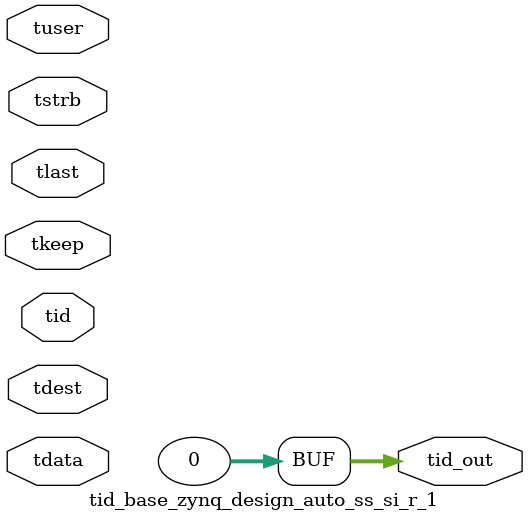
<source format=v>


`timescale 1ps/1ps

module tid_base_zynq_design_auto_ss_si_r_1 #
(
parameter C_S_AXIS_TID_WIDTH   = 1,
parameter C_S_AXIS_TUSER_WIDTH = 0,
parameter C_S_AXIS_TDATA_WIDTH = 0,
parameter C_S_AXIS_TDEST_WIDTH = 0,
parameter C_M_AXIS_TID_WIDTH   = 32
)
(
input  [(C_S_AXIS_TID_WIDTH   == 0 ? 1 : C_S_AXIS_TID_WIDTH)-1:0       ] tid,
input  [(C_S_AXIS_TDATA_WIDTH == 0 ? 1 : C_S_AXIS_TDATA_WIDTH)-1:0     ] tdata,
input  [(C_S_AXIS_TUSER_WIDTH == 0 ? 1 : C_S_AXIS_TUSER_WIDTH)-1:0     ] tuser,
input  [(C_S_AXIS_TDEST_WIDTH == 0 ? 1 : C_S_AXIS_TDEST_WIDTH)-1:0     ] tdest,
input  [(C_S_AXIS_TDATA_WIDTH/8)-1:0 ] tkeep,
input  [(C_S_AXIS_TDATA_WIDTH/8)-1:0 ] tstrb,
input                                                                    tlast,
output [(C_M_AXIS_TID_WIDTH   == 0 ? 1 : C_M_AXIS_TID_WIDTH)-1:0       ] tid_out
);

assign tid_out = {1'b0};

endmodule


</source>
